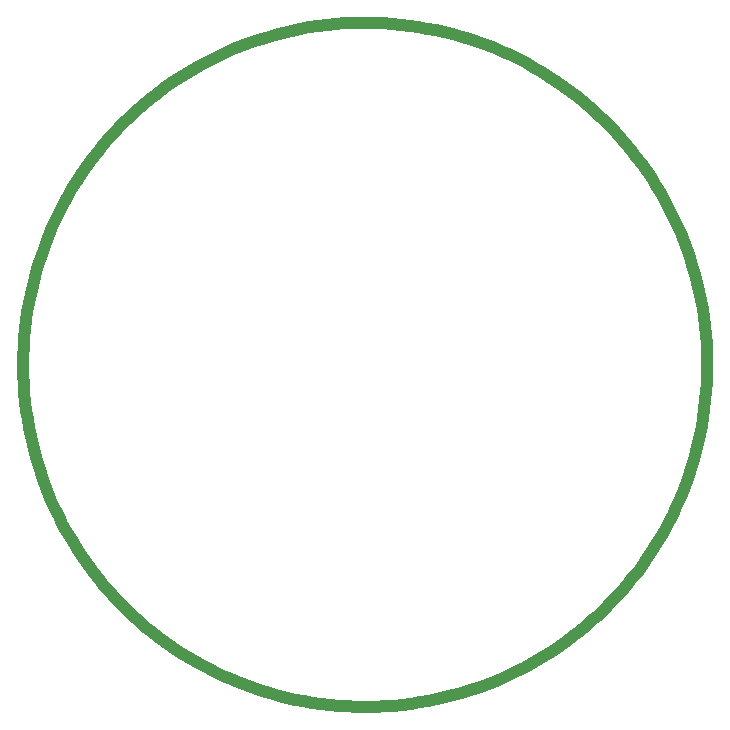
<source format=gbr>
%TF.GenerationSoftware,KiCad,Pcbnew,9.0.1*%
%TF.CreationDate,2025-05-08T10:03:43+02:00*%
%TF.ProjectId,smiley_example_pcb,736d696c-6579-45f6-9578-616d706c655f,rev?*%
%TF.SameCoordinates,Original*%
%TF.FileFunction,Profile,NP*%
%FSLAX46Y46*%
G04 Gerber Fmt 4.6, Leading zero omitted, Abs format (unit mm)*
G04 Created by KiCad (PCBNEW 9.0.1) date 2025-05-08 10:03:43*
%MOMM*%
%LPD*%
G01*
G04 APERTURE LIST*
%TA.AperFunction,Profile*%
%ADD10C,1.000000*%
%TD*%
G04 APERTURE END LIST*
D10*
X48811000Y-21629000D02*
X49567000Y-21659000D01*
X50320000Y-21708000D01*
X51071000Y-21777000D01*
X51817000Y-21865000D01*
X52560000Y-21972000D01*
X53299000Y-22098000D01*
X54033000Y-22243000D01*
X54763000Y-22407000D01*
X55487000Y-22590000D01*
X56205000Y-22791000D01*
X56918000Y-23010000D01*
X57625000Y-23247000D01*
X58325000Y-23503000D01*
X59018000Y-23776000D01*
X59704000Y-24067000D01*
X60382000Y-24376000D01*
X61052000Y-24702000D01*
X61714000Y-25045000D01*
X62367000Y-25406000D01*
X63011000Y-25783000D01*
X63646000Y-26177000D01*
X64271000Y-26589000D01*
X64886000Y-27016000D01*
X65491000Y-27460000D01*
X66085000Y-27921000D01*
X66667000Y-28397000D01*
X67239000Y-28890000D01*
X67798000Y-29398000D01*
X68346000Y-29922000D01*
X68523000Y-30098000D01*
X69052000Y-30641000D01*
X69566000Y-31197000D01*
X70064000Y-31764000D01*
X70545000Y-32343000D01*
X71011000Y-32934000D01*
X71460000Y-33535000D01*
X71894000Y-34146000D01*
X72310000Y-34768000D01*
X72710000Y-35400000D01*
X73093000Y-36041000D01*
X73459000Y-36691000D01*
X73808000Y-37350000D01*
X74140000Y-38018000D01*
X74454000Y-38693000D01*
X74751000Y-39377000D01*
X75030000Y-40067000D01*
X75292000Y-40765000D01*
X75535000Y-41470000D01*
X75760000Y-42180000D01*
X75967000Y-42897000D01*
X76156000Y-43620000D01*
X76326000Y-44347000D01*
X76477000Y-45080000D01*
X76610000Y-45817000D01*
X76723000Y-46559000D01*
X76817000Y-47304000D01*
X76893000Y-48053000D01*
X76948000Y-48806000D01*
X76984000Y-49561000D01*
X77001000Y-50318000D01*
X77002000Y-50568000D01*
X76992000Y-51325000D01*
X76963000Y-52077000D01*
X76915000Y-52824000D01*
X76849000Y-53565000D01*
X76763000Y-54302000D01*
X76660000Y-55032000D01*
X76538000Y-55757000D01*
X76399000Y-56475000D01*
X76242000Y-57187000D01*
X76067000Y-57892000D01*
X75876000Y-58590000D01*
X75668000Y-59281000D01*
X75443000Y-59965000D01*
X75201000Y-60641000D01*
X74944000Y-61309000D01*
X74670000Y-61970000D01*
X74381000Y-62621000D01*
X74076000Y-63265000D01*
X73757000Y-63899000D01*
X73422000Y-64525000D01*
X73072000Y-65141000D01*
X72708000Y-65747000D01*
X72330000Y-66344000D01*
X71937000Y-66931000D01*
X71531000Y-67508000D01*
X71111000Y-68074000D01*
X70678000Y-68630000D01*
X70232000Y-69174000D01*
X69772000Y-69708000D01*
X69301000Y-70230000D01*
X68817000Y-70740000D01*
X68320000Y-71239000D01*
X67812000Y-71725000D01*
X67292000Y-72199000D01*
X66761000Y-72661000D01*
X66218000Y-73110000D01*
X65665000Y-73545000D01*
X65101000Y-73968000D01*
X64526000Y-74376000D01*
X63941000Y-74772000D01*
X63346000Y-75153000D01*
X62741000Y-75519000D01*
X62127000Y-75872000D01*
X61503000Y-76209000D01*
X60870000Y-76532000D01*
X60229000Y-76840000D01*
X59578000Y-77132000D01*
X58920000Y-77408000D01*
X58253000Y-77669000D01*
X57578000Y-77913000D01*
X56896000Y-78142000D01*
X56206000Y-78353000D01*
X55509000Y-78548000D01*
X54806000Y-78725000D01*
X54095000Y-78886000D01*
X53378000Y-79028000D01*
X52655000Y-79153000D01*
X51925000Y-79260000D01*
X51190000Y-79349000D01*
X50449000Y-79419000D01*
X49703000Y-79471000D01*
X48952000Y-79503000D01*
X48197000Y-79517000D01*
X48053000Y-79517000D01*
X47296000Y-79507000D01*
X46544000Y-79478000D01*
X45797000Y-79431000D01*
X45056000Y-79364000D01*
X44319000Y-79279000D01*
X43589000Y-79175000D01*
X42864000Y-79053000D01*
X42146000Y-78914000D01*
X41434000Y-78757000D01*
X40729000Y-78583000D01*
X40031000Y-78391000D01*
X39340000Y-78183000D01*
X38656000Y-77958000D01*
X37980000Y-77717000D01*
X37312000Y-77459000D01*
X36652000Y-77185000D01*
X36000000Y-76896000D01*
X35356000Y-76592000D01*
X34722000Y-76272000D01*
X34097000Y-75937000D01*
X33480000Y-75587000D01*
X32874000Y-75223000D01*
X32277000Y-74845000D01*
X31690000Y-74452000D01*
X31113000Y-74046000D01*
X30547000Y-73626000D01*
X29991000Y-73193000D01*
X29447000Y-72747000D01*
X28913000Y-72288000D01*
X28391000Y-71816000D01*
X27881000Y-71332000D01*
X27382000Y-70836000D01*
X26896000Y-70327000D01*
X26422000Y-69808000D01*
X25960000Y-69276000D01*
X25511000Y-68734000D01*
X25076000Y-68180000D01*
X24653000Y-67616000D01*
X24245000Y-67041000D01*
X23849000Y-66456000D01*
X23468000Y-65861000D01*
X23102000Y-65256000D01*
X22749000Y-64642000D01*
X22412000Y-64018000D01*
X22089000Y-63386000D01*
X21781000Y-62744000D01*
X21489000Y-62094000D01*
X21213000Y-61435000D01*
X20952000Y-60768000D01*
X20708000Y-60094000D01*
X20479000Y-59411000D01*
X20268000Y-58722000D01*
X20073000Y-58025000D01*
X19896000Y-57321000D01*
X19735000Y-56610000D01*
X19593000Y-55893000D01*
X19468000Y-55170000D01*
X19361000Y-54441000D01*
X19272000Y-53705000D01*
X19202000Y-52965000D01*
X19150000Y-52219000D01*
X19118000Y-51468000D01*
X19104000Y-50712000D01*
X19104000Y-50568000D01*
X19114000Y-49810000D01*
X19143000Y-49054000D01*
X19193000Y-48301000D01*
X19261000Y-47551000D01*
X19349000Y-46804000D01*
X19457000Y-46061000D01*
X19583000Y-45322000D01*
X19728000Y-44588000D01*
X19892000Y-43859000D01*
X20074000Y-43134000D01*
X20275000Y-42416000D01*
X20495000Y-41703000D01*
X20732000Y-40996000D01*
X20987000Y-40296000D01*
X21261000Y-39603000D01*
X21552000Y-38917000D01*
X21860000Y-38239000D01*
X22186000Y-37569000D01*
X22530000Y-36907000D01*
X22890000Y-36254000D01*
X23268000Y-35610000D01*
X23662000Y-34975000D01*
X24073000Y-34350000D01*
X24501000Y-33735000D01*
X24945000Y-33130000D01*
X25405000Y-32536000D01*
X25882000Y-31954000D01*
X26374000Y-31382000D01*
X26883000Y-30823000D01*
X27407000Y-30275000D01*
X27583000Y-30098000D01*
X28126000Y-29569000D01*
X28682000Y-29055000D01*
X29249000Y-28558000D01*
X29828000Y-28076000D01*
X30418000Y-27610000D01*
X31019000Y-27161000D01*
X31631000Y-26727000D01*
X32253000Y-26311000D01*
X32885000Y-25911000D01*
X33526000Y-25528000D01*
X34176000Y-25162000D01*
X34835000Y-24813000D01*
X35503000Y-24481000D01*
X36178000Y-24167000D01*
X36861000Y-23870000D01*
X37552000Y-23591000D01*
X38250000Y-23329000D01*
X38954000Y-23086000D01*
X39665000Y-22861000D01*
X40382000Y-22654000D01*
X41104000Y-22465000D01*
X41832000Y-22295000D01*
X42565000Y-22144000D01*
X43302000Y-22011000D01*
X44044000Y-21898000D01*
X44789000Y-21804000D01*
X45538000Y-21728000D01*
X46290000Y-21673000D01*
X47046000Y-21637000D01*
X47803000Y-21620000D01*
X48053000Y-21619000D01*
X48811000Y-21629000D01*
M02*

</source>
